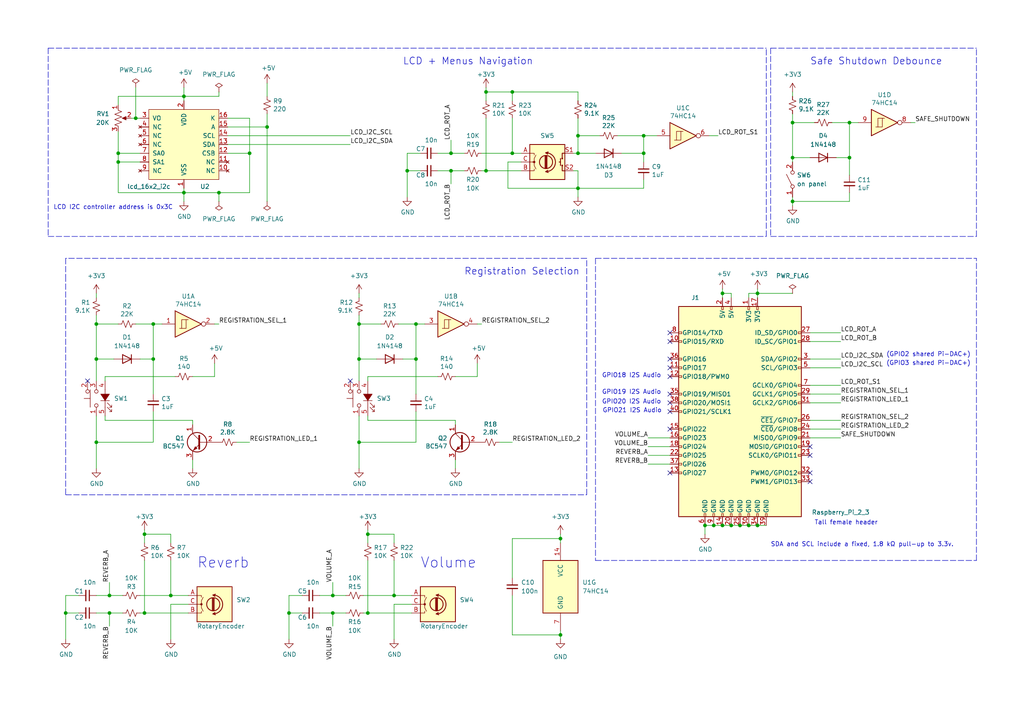
<source format=kicad_sch>
(kicad_sch (version 20211123) (generator eeschema)
  (paper "A4")
  (title_block (title "Raspberry PI Extension for Upper Control Panel") (date "2022-04-10") (rev "1.1") (company "Picherie") (comment 1 "Rev 1.1: SDA and SCL external pups (R10 and R11) discarded. Use Rpi internal pups instead."))
  (junction (at 118.11 49.53))
  (junction (at 83.82 177.8))
  (junction (at 219.71 152.4))
  (junction (at 162.56 184.15))
  (junction (at 186.69 39.37))
  (junction (at 214.63 152.4))
  (junction (at 229.87 58.42))
  (junction (at 104.14 93.98))
  (junction (at 53.34 55.88))
  (junction (at 229.87 35.56))
  (junction (at 209.55 152.4))
  (junction (at 186.69 44.45))
  (junction (at 63.5 55.88))
  (junction (at 77.47 36.83))
  (junction (at 167.64 44.45))
  (junction (at 104.14 104.14))
  (junction (at 106.68 177.8))
  (junction (at 41.91 177.8))
  (junction (at 120.65 104.14))
  (junction (at 140.97 26.67))
  (junction (at 44.45 93.98))
  (junction (at 130.81 49.53))
  (junction (at 31.75 177.8))
  (junction (at 41.91 154.94))
  (junction (at 34.29 44.45))
  (junction (at 246.38 35.56))
  (junction (at 219.71 85.09))
  (junction (at 148.59 44.45))
  (junction (at 217.17 152.4))
  (junction (at 209.55 85.09))
  (junction (at 140.97 49.53))
  (junction (at 167.64 39.37))
  (junction (at 204.47 152.4))
  (junction (at 34.29 46.99))
  (junction (at 27.94 128.27))
  (junction (at 167.64 54.61))
  (junction (at 96.52 172.72))
  (junction (at 114.3 172.72))
  (junction (at 104.14 128.27))
  (junction (at 96.52 177.8))
  (junction (at 44.45 104.14))
  (junction (at 120.65 93.98))
  (junction (at 130.81 44.45))
  (junction (at 27.94 93.98))
  (junction (at 39.37 34.29))
  (junction (at 49.53 172.72))
  (junction (at 72.39 44.45))
  (junction (at 53.34 27.94))
  (junction (at 31.75 172.72))
  (junction (at 229.87 45.72))
  (junction (at 19.05 177.8))
  (junction (at 246.38 45.72))
  (junction (at 207.01 152.4))
  (junction (at 212.09 152.4))
  (junction (at 106.68 154.94))
  (junction (at 148.59 26.67))
  (junction (at 27.94 104.14))
  (junction (at 162.56 156.21))
  (no_connect (at 25.4 110.49))
  (no_connect (at 194.31 109.22))
  (no_connect (at 194.31 137.16))
  (no_connect (at 194.31 106.68))
  (no_connect (at 194.31 104.14))
  (no_connect (at 194.31 124.46))
  (no_connect (at 194.31 119.38))
  (no_connect (at 194.31 114.3))
  (no_connect (at 194.31 116.84))
  (no_connect (at 194.31 96.52))
  (no_connect (at 194.31 99.06))
  (no_connect (at 234.95 129.54))
  (no_connect (at 234.95 139.7))
  (no_connect (at 234.95 132.08))
  (no_connect (at 234.95 137.16))
  (no_connect (at 101.6 110.49))
  (wire (pts (xy 207.01 152.4) (xy 209.55 152.4)))
  (wire (pts (xy 229.87 35.56) (xy 236.22 35.56)))
  (wire (pts (xy 229.87 26.67) (xy 229.87 27.94)))
  (wire (pts (xy 148.59 29.21) (xy 148.59 26.67)))
  (wire (pts (xy 106.68 177.8) (xy 119.38 177.8)))
  (polyline (pts (xy 13.97 13.97) (xy 13.97 68.58)))
  (wire (pts (xy 167.64 44.45) (xy 172.72 44.45)))
  (wire (pts (xy 120.65 119.38) (xy 120.65 128.27)))
  (wire (pts (xy 212.09 152.4) (xy 214.63 152.4)))
  (wire (pts (xy 147.32 54.61) (xy 167.64 54.61)))
  (wire (pts (xy 34.29 55.88) (xy 53.34 55.88)))
  (wire (pts (xy 77.47 33.02) (xy 77.47 36.83)))
  (wire (pts (xy 27.94 93.98) (xy 27.94 104.14)))
  (wire (pts (xy 53.34 25.4) (xy 53.34 27.94)))
  (wire (pts (xy 127 44.45) (xy 130.81 44.45)))
  (wire (pts (xy 66.04 44.45) (xy 72.39 44.45)))
  (wire (pts (xy 49.53 157.48) (xy 49.53 154.94)))
  (wire (pts (xy 167.64 34.29) (xy 167.64 39.37)))
  (wire (pts (xy 40.64 172.72) (xy 49.53 172.72)))
  (wire (pts (xy 27.94 128.27) (xy 27.94 135.89)))
  (wire (pts (xy 121.92 44.45) (xy 118.11 44.45)))
  (wire (pts (xy 167.64 29.21) (xy 167.64 26.67)))
  (wire (pts (xy 31.75 168.91) (xy 31.75 172.72)))
  (wire (pts (xy 72.39 44.45) (xy 72.39 55.88)))
  (wire (pts (xy 130.81 44.45) (xy 134.62 44.45)))
  (wire (pts (xy 104.14 91.44) (xy 104.14 93.98)))
  (wire (pts (xy 180.34 44.45) (xy 186.69 44.45)))
  (wire (pts (xy 104.14 104.14) (xy 104.14 110.49)))
  (wire (pts (xy 104.14 93.98) (xy 104.14 104.14)))
  (wire (pts (xy 246.38 45.72) (xy 246.38 50.8)))
  (wire (pts (xy 44.45 93.98) (xy 46.99 93.98)))
  (wire (pts (xy 104.14 85.09) (xy 104.14 86.36)))
  (wire (pts (xy 205.74 39.37) (xy 208.28 39.37)))
  (wire (pts (xy 34.29 46.99) (xy 34.29 55.88)))
  (wire (pts (xy 39.37 34.29) (xy 38.1 34.29)))
  (wire (pts (xy 66.04 34.29) (xy 72.39 34.29)))
  (wire (pts (xy 77.47 36.83) (xy 66.04 36.83)))
  (wire (pts (xy 87.63 172.72) (xy 83.82 172.72)))
  (wire (pts (xy 179.07 39.37) (xy 186.69 39.37)))
  (wire (pts (xy 96.52 168.91) (xy 96.52 172.72)))
  (wire (pts (xy 219.71 83.82) (xy 219.71 85.09)))
  (wire (pts (xy 41.91 162.56) (xy 41.91 177.8)))
  (wire (pts (xy 214.63 152.4) (xy 217.17 152.4)))
  (wire (pts (xy 27.94 128.27) (xy 44.45 128.27)))
  (wire (pts (xy 44.45 93.98) (xy 44.45 104.14)))
  (wire (pts (xy 127 49.53) (xy 130.81 49.53)))
  (polyline (pts (xy 283.21 162.56) (xy 283.21 74.93)))
  (wire (pts (xy 219.71 85.09) (xy 229.87 85.09)))
  (wire (pts (xy 44.45 119.38) (xy 44.45 128.27)))
  (wire (pts (xy 186.69 39.37) (xy 190.5 39.37)))
  (polyline (pts (xy 172.72 74.93) (xy 283.21 74.93)))
  (wire (pts (xy 68.58 128.27) (xy 72.39 128.27)))
  (wire (pts (xy 144.78 128.27) (xy 148.59 128.27)))
  (wire (pts (xy 204.47 154.94) (xy 204.47 152.4)))
  (wire (pts (xy 31.75 172.72) (xy 35.56 172.72)))
  (wire (pts (xy 105.41 177.8) (xy 106.68 177.8)))
  (wire (pts (xy 49.53 162.56) (xy 49.53 172.72)))
  (wire (pts (xy 31.75 177.8) (xy 35.56 177.8)))
  (wire (pts (xy 234.95 127) (xy 243.84 127)))
  (wire (pts (xy 30.48 109.22) (xy 50.8 109.22)))
  (wire (pts (xy 132.08 135.89) (xy 132.08 133.35)))
  (wire (pts (xy 34.29 44.45) (xy 34.29 46.99)))
  (wire (pts (xy 167.64 44.45) (xy 166.37 44.45)))
  (wire (pts (xy 121.92 49.53) (xy 118.11 49.53)))
  (wire (pts (xy 63.5 55.88) (xy 63.5 58.42)))
  (wire (pts (xy 83.82 172.72) (xy 83.82 177.8)))
  (wire (pts (xy 148.59 184.15) (xy 162.56 184.15)))
  (wire (pts (xy 217.17 152.4) (xy 219.71 152.4)))
  (polyline (pts (xy 222.25 68.58) (xy 222.25 13.97)))
  (wire (pts (xy 217.17 85.09) (xy 219.71 85.09)))
  (polyline (pts (xy 223.52 68.58) (xy 283.21 68.58)))
  (wire (pts (xy 27.94 91.44) (xy 27.94 93.98)))
  (wire (pts (xy 27.94 104.14) (xy 33.02 104.14)))
  (polyline (pts (xy 19.05 74.93) (xy 19.05 80.01)))
  (wire (pts (xy 49.53 175.26) (xy 49.53 185.42)))
  (wire (pts (xy 229.87 58.42) (xy 229.87 59.69)))
  (polyline (pts (xy 170.18 74.93) (xy 19.05 74.93)))
  (wire (pts (xy 130.81 49.53) (xy 134.62 49.53)))
  (wire (pts (xy 41.91 177.8) (xy 54.61 177.8)))
  (wire (pts (xy 140.97 34.29) (xy 140.97 49.53)))
  (wire (pts (xy 106.68 162.56) (xy 106.68 177.8)))
  (wire (pts (xy 151.13 46.99) (xy 147.32 46.99)))
  (wire (pts (xy 114.3 172.72) (xy 119.38 172.72)))
  (wire (pts (xy 116.84 104.14) (xy 120.65 104.14)))
  (wire (pts (xy 119.38 175.26) (xy 114.3 175.26)))
  (wire (pts (xy 66.04 41.91) (xy 101.6 41.91)))
  (wire (pts (xy 209.55 86.36) (xy 209.55 85.09)))
  (wire (pts (xy 229.87 35.56) (xy 229.87 45.72)))
  (wire (pts (xy 118.11 49.53) (xy 118.11 57.15)))
  (wire (pts (xy 118.11 44.45) (xy 118.11 49.53)))
  (wire (pts (xy 30.48 110.49) (xy 30.48 109.22)))
  (wire (pts (xy 62.23 109.22) (xy 62.23 105.41)))
  (wire (pts (xy 104.14 128.27) (xy 104.14 135.89)))
  (wire (pts (xy 27.94 120.65) (xy 27.94 128.27)))
  (wire (pts (xy 194.31 127) (xy 187.96 127)))
  (wire (pts (xy 212.09 86.36) (xy 212.09 85.09)))
  (wire (pts (xy 53.34 55.88) (xy 53.34 58.42)))
  (wire (pts (xy 40.64 34.29) (xy 39.37 34.29)))
  (wire (pts (xy 140.97 25.4) (xy 140.97 26.67)))
  (wire (pts (xy 234.95 116.84) (xy 243.84 116.84)))
  (wire (pts (xy 204.47 152.4) (xy 207.01 152.4)))
  (wire (pts (xy 63.5 27.94) (xy 53.34 27.94)))
  (wire (pts (xy 194.31 129.54) (xy 187.96 129.54)))
  (wire (pts (xy 53.34 54.61) (xy 53.34 55.88)))
  (wire (pts (xy 234.95 99.06) (xy 243.84 99.06)))
  (polyline (pts (xy 172.72 162.56) (xy 283.21 162.56)))
  (wire (pts (xy 120.65 104.14) (xy 120.65 114.3)))
  (wire (pts (xy 167.64 39.37) (xy 167.64 44.45)))
  (wire (pts (xy 114.3 157.48) (xy 114.3 154.94)))
  (wire (pts (xy 162.56 182.88) (xy 162.56 184.15)))
  (wire (pts (xy 66.04 39.37) (xy 101.6 39.37)))
  (wire (pts (xy 96.52 177.8) (xy 100.33 177.8)))
  (wire (pts (xy 140.97 26.67) (xy 148.59 26.67)))
  (wire (pts (xy 55.88 109.22) (xy 62.23 109.22)))
  (wire (pts (xy 106.68 109.22) (xy 127 109.22)))
  (wire (pts (xy 27.94 93.98) (xy 34.29 93.98)))
  (wire (pts (xy 72.39 55.88) (xy 63.5 55.88)))
  (wire (pts (xy 34.29 30.48) (xy 34.29 27.94)))
  (wire (pts (xy 34.29 38.1) (xy 34.29 44.45)))
  (wire (pts (xy 246.38 55.88) (xy 246.38 58.42)))
  (wire (pts (xy 186.69 46.99) (xy 186.69 44.45)))
  (wire (pts (xy 87.63 177.8) (xy 83.82 177.8)))
  (wire (pts (xy 246.38 35.56) (xy 248.92 35.56)))
  (wire (pts (xy 138.43 93.98) (xy 139.7 93.98)))
  (wire (pts (xy 39.37 93.98) (xy 44.45 93.98)))
  (wire (pts (xy 92.71 177.8) (xy 96.52 177.8)))
  (wire (pts (xy 130.81 49.53) (xy 130.81 53.34)))
  (wire (pts (xy 40.64 44.45) (xy 34.29 44.45)))
  (wire (pts (xy 49.53 172.72) (xy 54.61 172.72)))
  (wire (pts (xy 186.69 39.37) (xy 186.69 44.45)))
  (wire (pts (xy 167.64 39.37) (xy 173.99 39.37)))
  (wire (pts (xy 242.57 45.72) (xy 246.38 45.72)))
  (wire (pts (xy 147.32 46.99) (xy 147.32 54.61)))
  (wire (pts (xy 54.61 175.26) (xy 49.53 175.26)))
  (wire (pts (xy 148.59 156.21) (xy 162.56 156.21)))
  (wire (pts (xy 30.48 120.65) (xy 30.48 121.92)))
  (wire (pts (xy 22.86 177.8) (xy 19.05 177.8)))
  (polyline (pts (xy 223.52 13.97) (xy 283.21 13.97)))
  (wire (pts (xy 162.56 184.15) (xy 162.56 185.42)))
  (wire (pts (xy 132.08 121.92) (xy 132.08 123.19)))
  (wire (pts (xy 19.05 177.8) (xy 19.05 185.42)))
  (wire (pts (xy 246.38 35.56) (xy 246.38 45.72)))
  (wire (pts (xy 219.71 152.4) (xy 222.25 152.4)))
  (polyline (pts (xy 19.05 80.01) (xy 19.05 143.51)))
  (wire (pts (xy 194.31 134.62) (xy 187.96 134.62)))
  (wire (pts (xy 132.08 109.22) (xy 138.43 109.22)))
  (wire (pts (xy 83.82 177.8) (xy 83.82 185.42)))
  (wire (pts (xy 167.64 26.67) (xy 148.59 26.67)))
  (wire (pts (xy 106.68 154.94) (xy 114.3 154.94)))
  (wire (pts (xy 234.95 124.46) (xy 243.84 124.46)))
  (polyline (pts (xy 19.05 143.51) (xy 170.18 143.51)))
  (wire (pts (xy 264.16 35.56) (xy 265.43 35.56)))
  (wire (pts (xy 241.3 35.56) (xy 246.38 35.56)))
  (wire (pts (xy 34.29 27.94) (xy 53.34 27.94)))
  (wire (pts (xy 209.55 152.4) (xy 212.09 152.4)))
  (wire (pts (xy 148.59 172.72) (xy 148.59 184.15)))
  (wire (pts (xy 219.71 85.09) (xy 219.71 86.36)))
  (wire (pts (xy 162.56 154.94) (xy 162.56 156.21)))
  (polyline (pts (xy 223.52 13.97) (xy 223.52 68.58)))
  (wire (pts (xy 130.81 40.64) (xy 130.81 44.45)))
  (wire (pts (xy 115.57 93.98) (xy 120.65 93.98)))
  (wire (pts (xy 77.47 36.83) (xy 77.47 58.42)))
  (wire (pts (xy 186.69 54.61) (xy 186.69 52.07)))
  (wire (pts (xy 63.5 55.88) (xy 53.34 55.88)))
  (wire (pts (xy 55.88 121.92) (xy 55.88 123.19)))
  (wire (pts (xy 27.94 177.8) (xy 31.75 177.8)))
  (wire (pts (xy 55.88 135.89) (xy 55.88 133.35)))
  (wire (pts (xy 229.87 45.72) (xy 234.95 45.72)))
  (polyline (pts (xy 13.97 68.58) (xy 222.25 68.58)))
  (wire (pts (xy 106.68 110.49) (xy 106.68 109.22)))
  (wire (pts (xy 234.95 121.92) (xy 243.84 121.92)))
  (wire (pts (xy 234.95 114.3) (xy 243.84 114.3)))
  (wire (pts (xy 40.64 104.14) (xy 44.45 104.14)))
  (wire (pts (xy 162.56 156.21) (xy 162.56 157.48)))
  (polyline (pts (xy 283.21 68.58) (xy 283.21 13.97)))
  (wire (pts (xy 229.87 45.72) (xy 229.87 46.99)))
  (wire (pts (xy 96.52 177.8) (xy 96.52 181.61)))
  (polyline (pts (xy 170.18 143.51) (xy 170.18 74.93)))
  (wire (pts (xy 120.65 93.98) (xy 123.19 93.98)))
  (wire (pts (xy 140.97 26.67) (xy 140.97 29.21)))
  (wire (pts (xy 22.86 172.72) (xy 19.05 172.72)))
  (wire (pts (xy 105.41 172.72) (xy 114.3 172.72)))
  (wire (pts (xy 212.09 85.09) (xy 209.55 85.09)))
  (wire (pts (xy 167.64 49.53) (xy 167.64 54.61)))
  (wire (pts (xy 104.14 104.14) (xy 109.22 104.14)))
  (wire (pts (xy 31.75 177.8) (xy 31.75 181.61)))
  (wire (pts (xy 72.39 34.29) (xy 72.39 44.45)))
  (wire (pts (xy 217.17 86.36) (xy 217.17 85.09)))
  (wire (pts (xy 27.94 172.72) (xy 31.75 172.72)))
  (polyline (pts (xy 13.97 13.97) (xy 222.25 13.97)))
  (wire (pts (xy 44.45 104.14) (xy 44.45 114.3)))
  (wire (pts (xy 104.14 128.27) (xy 120.65 128.27)))
  (wire (pts (xy 40.64 46.99) (xy 34.29 46.99)))
  (wire (pts (xy 63.5 26.67) (xy 63.5 27.94)))
  (wire (pts (xy 139.7 49.53) (xy 140.97 49.53)))
  (wire (pts (xy 27.94 85.09) (xy 27.94 86.36)))
  (wire (pts (xy 151.13 49.53) (xy 140.97 49.53)))
  (wire (pts (xy 167.64 54.61) (xy 167.64 57.15)))
  (wire (pts (xy 39.37 25.4) (xy 39.37 34.29)))
  (polyline (pts (xy 172.72 74.93) (xy 172.72 162.56)))
  (wire (pts (xy 92.71 172.72) (xy 96.52 172.72)))
  (wire (pts (xy 167.64 49.53) (xy 166.37 49.53)))
  (wire (pts (xy 148.59 167.64) (xy 148.59 156.21)))
  (wire (pts (xy 40.64 177.8) (xy 41.91 177.8)))
  (wire (pts (xy 104.14 93.98) (xy 110.49 93.98)))
  (wire (pts (xy 106.68 121.92) (xy 132.08 121.92)))
  (wire (pts (xy 120.65 93.98) (xy 120.65 104.14)))
  (wire (pts (xy 19.05 172.72) (xy 19.05 177.8)))
  (wire (pts (xy 234.95 96.52) (xy 243.84 96.52)))
  (wire (pts (xy 234.95 106.68) (xy 243.84 106.68)))
  (wire (pts (xy 106.68 120.65) (xy 106.68 121.92)))
  (wire (pts (xy 229.87 58.42) (xy 246.38 58.42)))
  (wire (pts (xy 234.95 104.14) (xy 243.84 104.14)))
  (wire (pts (xy 194.31 132.08) (xy 187.96 132.08)))
  (wire (pts (xy 229.87 57.15) (xy 229.87 58.42)))
  (wire (pts (xy 30.48 121.92) (xy 55.88 121.92)))
  (wire (pts (xy 114.3 162.56) (xy 114.3 172.72)))
  (wire (pts (xy 139.7 44.45) (xy 148.59 44.45)))
  (wire (pts (xy 148.59 34.29) (xy 148.59 44.45)))
  (wire (pts (xy 53.34 27.94) (xy 53.34 29.21)))
  (wire (pts (xy 106.68 154.94) (xy 106.68 157.48)))
  (wire (pts (xy 41.91 154.94) (xy 49.53 154.94)))
  (wire (pts (xy 114.3 175.26) (xy 114.3 185.42)))
  (wire (pts (xy 209.55 85.09) (xy 209.55 83.82)))
  (wire (pts (xy 104.14 120.65) (xy 104.14 128.27)))
  (wire (pts (xy 27.94 104.14) (xy 27.94 110.49)))
  (wire (pts (xy 229.87 33.02) (xy 229.87 35.56)))
  (wire (pts (xy 106.68 153.67) (xy 106.68 154.94)))
  (wire (pts (xy 96.52 172.72) (xy 100.33 172.72)))
  (wire (pts (xy 62.23 93.98) (xy 63.5 93.98)))
  (wire (pts (xy 234.95 111.76) (xy 243.84 111.76)))
  (wire (pts (xy 41.91 153.67) (xy 41.91 154.94)))
  (wire (pts (xy 138.43 109.22) (xy 138.43 105.41)))
  (wire (pts (xy 77.47 24.13) (xy 77.47 27.94)))
  (wire (pts (xy 148.59 44.45) (xy 151.13 44.45)))
  (wire (pts (xy 41.91 154.94) (xy 41.91 157.48)))
  (wire (pts (xy 167.64 54.61) (xy 186.69 54.61)))
  (text "Tall female header" (at 236.22 152.4 0) (effects (font (size 1.27 1.27)) (justify left bottom)))
  (text "(GPIO2 shared Pi-DAC+)" (at 257.048 103.632 0) (effects (font (size 1.27 1.27)) (justify left bottom)))
  (text "Safe Shutdown Debounce" (at 234.95 19.05 0) (effects (font (size 2 2)) (justify left bottom)))
  (text "LCD I2C controller address is 0x3C" (at 50.165 60.96 180) (effects (font (size 1.27 1.27)) (justify right bottom)))
  (text "GPIO21 I2S Audio" (at 174.752 119.888 0) (effects (font (size 1.27 1.27)) (justify left bottom)))
  (text "Registration Selection" (at 134.62 80.01 0) (effects (font (size 2 2)) (justify left bottom)))
  (text "GPIO19 I2S Audio" (at 191.77 114.554 180) (effects (font (size 1.27 1.27)) (justify right bottom)))
  (text "GPIO18 I2S Audio" (at 191.77 109.728 180) (effects (font (size 1.27 1.27)) (justify right bottom)))
  (text "Reverb" (at 57.15 165.1 0) (effects (font (size 3 3)) (justify left bottom)))
  (text "Volume" (at 121.92 165.1 0) (effects (font (size 3 3)) (justify left bottom)))
  (text "SDA and SCL include a fixed, 1.8 kΩ pull-up to 3.3v." (at 223.52 158.75 0) (effects (font (size 1.27 1.27)) (justify left bottom)))
  (text "(GPIO3 shared Pi-DAC+)" (at 257.048 106.172 0) (effects (font (size 1.27 1.27)) (justify left bottom)))
  (text "LCD + Menus Navigation" (at 116.84 19.05 0) (effects (font (size 2 2)) (justify left bottom)))
  (text "GPIO20 I2S Audio" (at 191.77 117.348 180) (effects (font (size 1.27 1.27)) (justify right bottom)))
  (label "VOLUME_B" (at 96.52 181.61 270))
  (label "REVERB_A" (at 187.96 132.08 180))
  (label "SAFE_SHUTDOWN" (at 243.84 127 0))
  (label "REVERB_B" (at 31.75 181.61 270))
  (label "LCD_I2C_SCL" (at 101.6 39.37 0))
  (label "LCD_ROT_S1" (at 243.84 111.76 0))
  (label "LCD_ROT_A" (at 130.81 40.64 90))
  (label "LCD_I2C_SCL" (at 243.84 106.68 0))
  (label "LCD_ROT_S1" (at 208.28 39.37 0))
  (label "REGISTRATION_SEL_2" (at 139.7 93.98 0))
  (label "REGISTRATION_LED_1" (at 243.84 116.84 0))
  (label "REGISTRATION_LED_2" (at 148.59 128.27 0))
  (label "LCD_ROT_B" (at 243.84 99.06 0))
  (label "VOLUME_A" (at 96.52 168.91 90))
  (label "REGISTRATION_SEL_1" (at 63.5 93.98 0))
  (label "LCD_ROT_B" (at 130.81 53.34 270))
  (label "LCD_I2C_SDA" (at 101.6 41.91 0))
  (label "SAFE_SHUTDOWN" (at 265.43 35.56 0))
  (label "LCD_I2C_SDA" (at 243.84 104.14 0))
  (label "REVERB_A" (at 31.75 168.91 90))
  (label "VOLUME_B" (at 187.96 129.54 180))
  (label "REGISTRATION_SEL_2" (at 243.84 121.92 0))
  (label "VOLUME_A" (at 187.96 127 180))
  (label "REGISTRATION_LED_1" (at 72.39 128.27 0))
  (label "REGISTRATION_LED_2" (at 243.84 124.46 0))
  (label "REGISTRATION_SEL_1" (at 243.84 114.3 0))
  (label "LCD_ROT_A" (at 243.84 96.52 0))
  (label "REVERB_B" (at 187.96 134.62 180))
  (symbol (lib_id "Connector:Raspberry_Pi_2_3") (at 214.63 119.38 0) (unit 1)
    (property "Reference" "J1" (at 201.676 86.36 0))
    (property "Value" "Raspberry_Pi_2_3" (at 243.84 148.59 0))
    (property "Footprint" "Connector_PinSocket_2.54mm:PinSocket_2x20_P2.54mm_Vertical" (effects hide))
    (property "Datasheet" "https://thepihut.com/collections/raspberry-pi-gpio-headers/products/gpio-header-for-raspberrypi-a-b-pi-2-pi-3" (effects hide))
  )
  (symbol (lib_id "power:GND") (at 53.34 58.42 0) (unit 1)
    (property "Reference" "#PWR07" (effects hide))
    (property "Value" "GND" (at 53.467 62.8142 0))
  )
  (symbol (lib_id "power:+5V") (at 53.34 25.4 0) (unit 1)
    (property "Reference" "#PWR06" (effects hide))
    (property "Value" "+5V" (at 53.721 21.0058 0))
  )
  (symbol (lib_id "power:+5V") (at 209.55 83.82 0) (unit 1)
    (property "Reference" "#PWR022" (effects hide))
    (property "Value" "+5V" (at 209.931 79.4258 0))
  )
  (symbol (lib_id "power:GND") (at 204.47 154.94 0) (unit 1)
    (property "Reference" "#PWR021" (effects hide))
    (property "Value" "GND" (at 204.597 159.3342 0))
  )
  (symbol (lib_id "lcd_alpha:lcd_16x2_i2c") (at 53.34 44.45 0) (unit 1)
    (property "Reference" "U2" (at 59.436 54.102 0))
    (property "Value" "lcd_16x2_i2c" (at 43.18 54.102 0))
    (property "Footprint" "Display:WC1602A" (effects hide))
    (property "Datasheet" "https://fr.farnell.com/midas/mc21605c6w-sptlyi-v2/afficheur-alphanumerique-16x2/dp/2748647" (effects hide))
  )
  (symbol (lib_id "power:+5V") (at 77.47 24.13 0) (unit 1)
    (property "Reference" "#PWR010" (effects hide))
    (property "Value" "+5V" (at 77.851 19.7358 0))
  )
  (symbol (lib_id "Device:R_Small_US") (at 77.47 30.48 0) (unit 1)
    (property "Reference" "R9" (at 79.1972 29.3116 0) (effects (justify left)))
    (property "Value" "220" (at 79.1972 31.623 0) (effects (justify left)))
    (property "Footprint" "Resistor_SMD:R_1206_3216Metric_Pad1.30x1.75mm_HandSolder" (effects hide))
    (property "Datasheet" "https://fr.farnell.com/yageo/rc1206fr-07220rl/res-couche-epaisse-220r-1-0-25w/dp/9240900" (effects hide))
  )
  (symbol (lib_id "power:+3.3V") (at 219.71 83.82 0) (unit 1)
    (property "Reference" "#PWR023" (effects hide))
    (property "Value" "+3.3V" (at 220.091 79.4258 0))
  )
  (symbol (lib_id "power:GND") (at 49.53 185.42 0) (unit 1)
    (property "Reference" "#PWR09" (effects hide))
    (property "Value" "GND" (at 49.657 189.8142 0))
  )
  (symbol (lib_id "Diode:1N4148") (at 113.03 104.14 0) (mirror y) (unit 1)
    (property "Reference" "D2" (at 113.03 97.79 0))
    (property "Value" "1N4148" (at 113.03 100.33 0))
    (property "Footprint" "Diode_THT:D_DO-35_SOD27_P7.62mm_Horizontal" (effects hide))
    (property "Datasheet" "https://fr.farnell.com/on-semiconductor/1n4148tr/diode-tres-rapide-do-35/dp/9843680" (effects hide))
  )
  (symbol (lib_id "power:GND") (at 114.3 185.42 0) (unit 1)
    (property "Reference" "#PWR019" (effects hide))
    (property "Value" "GND" (at 114.427 189.8142 0))
  )
  (symbol (lib_id "Device:R_Small_US") (at 167.64 31.75 0) (unit 1)
    (property "Reference" "R24" (at 169.3672 30.5816 0) (effects (justify left)))
    (property "Value" "9.1K" (at 169.3672 32.893 0) (effects (justify left)))
    (property "Footprint" "Resistor_SMD:R_1206_3216Metric_Pad1.30x1.75mm_HandSolder" (effects hide))
    (property "Datasheet" "https://fr.farnell.com/yageo/rc1206fr-079k1l/res-9k1-1-0-25w-1206-couche-epaisse/dp/3496305" (effects hide))
  )
  (symbol (lib_id "Device:R_Small_US") (at 137.16 49.53 270) (unit 1)
    (property "Reference" "R20" (at 137.16 52.07 90))
    (property "Value" "10K" (at 137.16 54.61 90))
    (property "Footprint" "Resistor_SMD:R_1206_3216Metric_Pad1.30x1.75mm_HandSolder" (effects hide))
    (property "Datasheet" "https://fr.farnell.com/multicomp-pro/mc1206s4f1002t5e/res-thick-film-10k-1-0-25w-1206/dp/1632523" (effects hide))
  )
  (symbol (lib_id "power:+3.3V") (at 140.97 25.4 0) (unit 1)
    (property "Reference" "#PWR018" (effects hide))
    (property "Value" "+3.3V" (at 140.97 21.59 0))
  )
  (symbol (lib_id "power:GND") (at 83.82 185.42 0) (unit 1)
    (property "Reference" "#PWR013" (effects hide))
    (property "Value" "GND" (at 83.947 189.8142 0))
  )
  (symbol (lib_id "Device:C_Small") (at 44.45 116.84 0) (unit 1)
    (property "Reference" "C3" (at 46.7868 115.6716 0) (effects (justify left)))
    (property "Value" "1uF" (at 46.7868 117.983 0) (effects (justify left)))
    (property "Footprint" "Capacitor_SMD:C_1206_3216Metric_Pad1.33x1.80mm_HandSolder" (effects hide))
    (property "Datasheet" "https://fr.farnell.com/kemet/c1206c105k3ractu/condensateur-1-f-25v-10-x7r-1206/dp/9227865" (effects hide))
  )
  (symbol (lib_id "Diode:1N4148") (at 238.76 45.72 0) (mirror y) (unit 1)
    (property "Reference" "D4" (at 238.76 39.37 0))
    (property "Value" "1N4148" (at 238.76 41.91 0))
    (property "Footprint" "Diode_THT:D_DO-35_SOD27_P7.62mm_Horizontal" (effects hide))
    (property "Datasheet" "https://fr.farnell.com/on-semiconductor/1n4148tr/diode-tres-rapide-do-35/dp/9843680" (effects hide))
  )
  (symbol (lib_id "74xx:74HC14") (at 162.56 170.18 0) (unit 7)
    (property "Reference" "U1" (at 168.91 168.9099 0) (effects (justify left)))
    (property "Value" "74HC14" (at 168.91 171.4499 0) (effects (justify left)))
    (property "Footprint" "Package_SO:SOIC-14_3.9x8.7mm_P1.27mm" (effects hide))
    (property "Datasheet" "https://fr.farnell.com/on-semiconductor/74ac14sc/circuit-logique-74ac-cmos-cms/dp/1014141?st=inverseur%20trigger%20schmitt%20dil" (effects hide))
  )
  (symbol (lib_id "Device:R_Small_US") (at 38.1 177.8 270) (unit 1)
    (property "Reference" "R4" (at 38.1 180.34 90))
    (property "Value" "10K" (at 38.1 182.88 90))
    (property "Footprint" "Resistor_SMD:R_1206_3216Metric_Pad1.30x1.75mm_HandSolder" (effects hide))
    (property "Datasheet" "https://fr.farnell.com/multicomp-pro/mc1206s4f1002t5e/res-thick-film-10k-1-0-25w-1206/dp/1632523" (effects hide))
  )
  (symbol (lib_id "Device:C_Small") (at 90.17 177.8 270) (mirror x) (unit 1)
    (property "Reference" "C6" (at 86.36 179.07 90) (effects (justify left)))
    (property "Value" "10n" (at 88.9 181.61 90) (effects (justify left)))
    (property "Footprint" "Capacitor_SMD:C_1206_3216Metric_Pad1.33x1.80mm_HandSolder" (effects hide))
    (property "Datasheet" "https://fr.farnell.com/vishay/vj1206y103kxxcw1bc/cond-0-01-f-25v-10-x7r-1206/dp/2896640" (effects hide))
  )
  (symbol (lib_id "Device:R_Small_US") (at 41.91 160.02 0) (unit 1)
    (property "Reference" "R6" (at 43.6372 158.8516 0) (effects (justify left)))
    (property "Value" "10K" (at 43.6372 161.163 0) (effects (justify left)))
    (property "Footprint" "Resistor_SMD:R_1206_3216Metric_Pad1.30x1.75mm_HandSolder" (effects hide))
    (property "Datasheet" "https://fr.farnell.com/multicomp-pro/mc1206s4f1002t5e/res-thick-film-10k-1-0-25w-1206/dp/1632523" (effects hide))
  )
  (symbol (lib_id "Device:R_Small_US") (at 38.1 172.72 270) (unit 1)
    (property "Reference" "R3" (at 38.1 170.18 90))
    (property "Value" "10K" (at 38.1 167.64 90))
    (property "Footprint" "Resistor_SMD:R_1206_3216Metric_Pad1.30x1.75mm_HandSolder" (effects hide))
    (property "Datasheet" "https://fr.farnell.com/multicomp-pro/mc1206s4f1002t5e/res-thick-film-10k-1-0-25w-1206/dp/1632523" (effects hide))
  )
  (symbol (lib_id "power:+5V") (at 62.23 105.41 0) (unit 1)
    (property "Reference" "#PWR08" (effects hide))
    (property "Value" "+5V" (at 62.611 101.0158 0))
  )
  (symbol (lib_id "Device:R_Potentiometer_US") (at 34.29 34.29 0) (unit 1)
    (property "Reference" "RV1" (at 31.75 33.0199 0) (effects (justify right)))
    (property "Value" "20K" (at 31.75 35.5599 0) (effects (justify right)))
    (property "Footprint" "Potentiometer_THT:Potentiometer_Bourns_3386P_Vertical" (effects hide))
    (property "Datasheet" "https://fr.farnell.com/bourns/3386p-1-203lf/trimmer-20k/dp/9355081" (effects hide))
  )
  (symbol (lib_id "Device:C_Small") (at 25.4 177.8 270) (mirror x) (unit 1)
    (property "Reference" "C2" (at 21.59 179.07 90) (effects (justify left)))
    (property "Value" "10n" (at 24.13 181.61 90) (effects (justify left)))
    (property "Footprint" "Capacitor_SMD:C_1206_3216Metric_Pad1.33x1.80mm_HandSolder" (effects hide))
    (property "Datasheet" "https://fr.farnell.com/vishay/vj1206y103kxxcw1bc/cond-0-01-f-25v-10-x7r-1206/dp/2896640" (effects hide))
  )
  (symbol (lib_id "74xx:74HC14") (at 256.54 35.56 0) (unit 4)
    (property "Reference" "U1" (at 256.54 27.5082 0))
    (property "Value" "74HC14" (at 256.54 29.8196 0))
    (property "Footprint" "Package_SO:SOIC-14_3.9x8.7mm_P1.27mm" (effects hide))
    (property "Datasheet" "https://fr.farnell.com/on-semiconductor/74ac14sc/circuit-logique-74ac-cmos-cms/dp/1014141?st=inverseur%20trigger%20schmitt%20dil" (effects hide))
  )
  (symbol (lib_id "B3_Switches_Library:E-SWITCH-SW_Push_LED") (at 106.68 115.57 90) (unit 1)
    (property "Reference" "SW3" (at 109.2708 115.57 90) (effects (justify right)))
    (property "Value" "E-SWITCH-SW_Push_LED" (effects hide))
    (property "Footprint" "b3_buttons_library:5511MBLKRED" (effects hide))
    (property "Datasheet" "https://www.digikey.fr/product-detail/fr/e-switch/5511MBLKRED/EG1715-ND/271592" (effects hide))
  )
  (symbol (lib_id "Device:R_Small_US") (at 53.34 109.22 270) (unit 1)
    (property "Reference" "R5" (at 53.34 104.013 90))
    (property "Value" "140" (at 53.34 106.3244 90))
    (property "Footprint" "Resistor_SMD:R_1206_3216Metric_Pad1.30x1.75mm_HandSolder" (effects hide))
    (property "Datasheet" "https://fr.farnell.com/yageo/rc1206fr-07140rl/res-140r-1-0-25w-1206-couche-epaisse/dp/3496151" (effects hide))
  )
  (symbol (lib_id "power:GND") (at 132.08 135.89 0) (unit 1)
    (property "Reference" "#PWR015" (effects hide))
    (property "Value" "GND" (at 132.207 140.2842 0))
  )
  (symbol (lib_id "power:GND") (at 162.56 185.42 0) (unit 1)
    (property "Reference" "#PWR025" (effects hide))
    (property "Value" "GND" (at 162.56 190.5 0))
  )
  (symbol (lib_id "power:+5V") (at 138.43 105.41 0) (unit 1)
    (property "Reference" "#PWR016" (effects hide))
    (property "Value" "+5V" (at 138.811 101.0158 0))
  )
  (symbol (lib_id "Device:R_Small_US") (at 113.03 93.98 270) (unit 1)
    (property "Reference" "R13" (at 113.03 88.773 90))
    (property "Value" "22K" (at 113.03 91.0844 90))
    (property "Footprint" "Resistor_SMD:R_1206_3216Metric_Pad1.30x1.75mm_HandSolder" (effects hide))
    (property "Datasheet" "https://fr.farnell.com/neohm-te-connectivity/crg1206f22k/res-22k-1-0-25w-1206-couche-epaisse/dp/3133491" (effects hide))
  )
  (symbol (lib_id "Diode:1N4148") (at 36.83 104.14 0) (mirror y) (unit 1)
    (property "Reference" "D1" (at 36.83 97.79 0))
    (property "Value" "1N4148" (at 36.83 100.33 0))
    (property "Footprint" "Diode_THT:D_DO-35_SOD27_P7.62mm_Horizontal" (effects hide))
    (property "Datasheet" "https://fr.farnell.com/on-semiconductor/1n4148tr/diode-tres-rapide-do-35/dp/9843680" (effects hide))
  )
  (symbol (lib_id "Device:RotaryEncoder_Switch") (at 158.75 46.99 0) (unit 1)
    (property "Reference" "SW5" (at 158.75 39.37 0))
    (property "Value" "RotaryEncoder_Switch" (effects hide))
    (property "Footprint" "Rotary_Encoder:RotaryEncoder_Alps_EC11E-Switch_Vertical_H20mm" (effects hide))
    (property "Datasheet" "https://fr.farnell.com/alps/ec11e15244c0/encodeur-vert-30-crans-15-impul/dp/1520806" (effects hide))
  )
  (symbol (lib_id "power:GND") (at 19.05 185.42 0) (unit 1)
    (property "Reference" "#PWR03" (effects hide))
    (property "Value" "GND" (at 19.177 189.8142 0))
  )
  (symbol (lib_id "power:GND") (at 27.94 135.89 0) (unit 1)
    (property "Reference" "#PWR02" (effects hide))
    (property "Value" "GND" (at 28.067 140.2842 0))
  )
  (symbol (lib_id "power:GND") (at 104.14 135.89 0) (unit 1)
    (property "Reference" "#PWR012" (effects hide))
    (property "Value" "GND" (at 104.267 140.2842 0))
  )
  (symbol (lib_id "Device:R_Small_US") (at 102.87 172.72 270) (unit 1)
    (property "Reference" "R15" (at 102.87 170.18 90))
    (property "Value" "10K" (at 102.87 167.64 90))
    (property "Footprint" "Resistor_SMD:R_1206_3216Metric_Pad1.30x1.75mm_HandSolder" (effects hide))
    (property "Datasheet" "https://fr.farnell.com/multicomp-pro/mc1206s4f1002t5e/res-thick-film-10k-1-0-25w-1206/dp/1632523" (effects hide))
  )
  (symbol (lib_id "power:+3.3V") (at 104.14 85.09 0) (unit 1)
    (property "Reference" "#PWR011" (effects hide))
    (property "Value" "+3.3V" (at 104.14 80.01 0))
  )
  (symbol (lib_id "Device:R_Small_US") (at 49.53 160.02 0) (unit 1)
    (property "Reference" "R7" (at 51.2572 158.8516 0) (effects (justify left)))
    (property "Value" "10K" (at 51.2572 161.163 0) (effects (justify left)))
    (property "Footprint" "Resistor_SMD:R_1206_3216Metric_Pad1.30x1.75mm_HandSolder" (effects hide))
    (property "Datasheet" "https://fr.farnell.com/multicomp-pro/mc1206s4f1002t5e/res-thick-film-10k-1-0-25w-1206/dp/1632523" (effects hide))
  )
  (symbol (lib_id "Device:C_Small") (at 90.17 172.72 270) (mirror x) (unit 1)
    (property "Reference" "C5" (at 86.36 171.45 90) (effects (justify left)))
    (property "Value" "10n" (at 88.9 168.91 90) (effects (justify left)))
    (property "Footprint" "Capacitor_SMD:C_1206_3216Metric_Pad1.33x1.80mm_HandSolder" (effects hide))
    (property "Datasheet" "https://fr.farnell.com/vishay/vj1206y103kxxcw1bc/cond-0-01-f-25v-10-x7r-1206/dp/2896640" (effects hide))
  )
  (symbol (lib_id "power:PWR_FLAG") (at 63.5 26.67 0) (unit 1)
    (property "Reference" "#FLG02" (effects hide))
    (property "Value" "PWR_FLAG" (at 63.5 21.59 0))
  )
  (symbol (lib_id "Transistor_BJT:BC547") (at 58.42 128.27 0) (mirror y) (unit 1)
    (property "Reference" "Q1" (at 53.5686 127.1016 0) (effects (justify left)))
    (property "Value" "BC547" (at 53.5686 129.413 0) (effects (justify left)))
    (property "Footprint" "Package_TO_SOT_THT:TO-92_Inline" (effects hide))
    (property "Datasheet" "https://fr.farnell.com/on-semiconductor/bc547cbu/transistor-bipol-npn-45v-to-92/dp/2453791?st=bc547" (effects hide))
  )
  (symbol (lib_id "power:GND") (at 167.64 57.15 0) (unit 1)
    (property "Reference" "#PWR020" (effects hide))
    (property "Value" "GND" (at 167.767 61.5442 0))
  )
  (symbol (lib_id "power:PWR_FLAG") (at 39.37 25.4 0) (unit 1)
    (property "Reference" "#FLG01" (effects hide))
    (property "Value" "PWR_FLAG" (at 39.37 20.32 0))
  )
  (symbol (lib_id "power:GND") (at 118.11 57.15 0) (unit 1)
    (property "Reference" "#PWR014" (effects hide))
    (property "Value" "GND" (at 118.237 61.5442 0))
  )
  (symbol (lib_id "Device:RotaryEncoder") (at 62.23 175.26 0) (unit 1)
    (property "Reference" "SW2" (at 68.58 173.9899 0) (effects (justify left)))
    (property "Value" "RotaryEncoder" (at 57.15 181.61 0) (effects (justify left)))
    (property "Footprint" "Rotary_Encoder:RotaryEncoder_Alps_EC11E_Vertical_H20mm" (effects hide))
    (property "Datasheet" "https://fr.farnell.com/alps/ec11k1520401/encoder-vertical-11mm-30det-15ppr/dp/2064995" (effects hide))
  )
  (symbol (lib_id "Device:R_Small_US") (at 148.59 31.75 0) (unit 1)
    (property "Reference" "R23" (at 150.3172 30.5816 0) (effects (justify left)))
    (property "Value" "10K" (at 150.3172 32.893 0) (effects (justify left)))
    (property "Footprint" "Resistor_SMD:R_1206_3216Metric_Pad1.30x1.75mm_HandSolder" (effects hide))
    (property "Datasheet" "https://fr.farnell.com/multicomp-pro/mc1206s4f1002t5e/res-thick-film-10k-1-0-25w-1206/dp/1632523" (effects hide))
  )
  (symbol (lib_id "power:GND") (at 55.88 135.89 0) (unit 1)
    (property "Reference" "#PWR04" (effects hide))
    (property "Value" "GND" (at 56.007 140.2842 0))
  )
  (symbol (lib_id "74xx:74HC14") (at 130.81 93.98 0) (unit 2)
    (property "Reference" "U1" (at 130.81 85.9282 0))
    (property "Value" "74HC14" (at 130.81 88.2396 0))
    (property "Footprint" "Package_SO:SOIC-14_3.9x8.7mm_P1.27mm" (effects hide))
    (property "Datasheet" "https://fr.farnell.com/on-semiconductor/74ac14sc/circuit-logique-74ac-cmos-cms/dp/1014141?st=inverseur%20trigger%20schmitt%20dil" (effects hide))
  )
  (symbol (lib_id "Device:R_Small_US") (at 176.53 39.37 270) (unit 1)
    (property "Reference" "R25" (at 176.53 34.163 90))
    (property "Value" "22K" (at 176.53 36.4744 90))
    (property "Footprint" "Resistor_SMD:R_1206_3216Metric_Pad1.30x1.75mm_HandSolder" (effects hide))
    (property "Datasheet" "https://fr.farnell.com/neohm-te-connectivity/crg1206f22k/res-22k-1-0-25w-1206-couche-epaisse/dp/3133491" (effects hide))
  )
  (symbol (lib_id "power:PWR_FLAG") (at 63.5 58.42 0) (mirror x) (unit 1)
    (property "Reference" "#FLG03" (effects hide))
    (property "Value" "PWR_FLAG" (at 63.5 63.5 0))
  )
  (symbol (lib_id "Device:C_Small") (at 246.38 53.34 0) (unit 1)
    (property "Reference" "C11" (at 248.7168 52.1716 0) (effects (justify left)))
    (property "Value" "1uF" (at 248.7168 54.483 0) (effects (justify left)))
    (property "Footprint" "Capacitor_SMD:C_1206_3216Metric_Pad1.33x1.80mm_HandSolder" (effects hide))
    (property "Datasheet" "https://fr.farnell.com/kemet/c1206c105k3ractu/condensateur-1-f-25v-10-x7r-1206/dp/9227865" (effects hide))
  )
  (symbol (lib_id "Device:R_Small_US") (at 27.94 88.9 0) (mirror y) (unit 1)
    (property "Reference" "R1" (at 26.2128 87.7316 0) (effects (justify left)))
    (property "Value" "9.1K" (at 26.2128 90.043 0) (effects (justify left)))
    (property "Footprint" "Resistor_SMD:R_1206_3216Metric_Pad1.30x1.75mm_HandSolder" (effects hide))
    (property "Datasheet" "https://fr.farnell.com/yageo/rc1206fr-079k1l/res-9k1-1-0-25w-1206-couche-epaisse/dp/3496305" (effects hide))
  )
  (symbol (lib_id "Device:R_Small_US") (at 114.3 160.02 0) (unit 1)
    (property "Reference" "R22" (at 116.0272 158.8516 0) (effects (justify left)))
    (property "Value" "10K" (at 116.0272 161.163 0) (effects (justify left)))
    (property "Footprint" "Resistor_SMD:R_1206_3216Metric_Pad1.30x1.75mm_HandSolder" (effects hide))
    (property "Datasheet" "https://fr.farnell.com/multicomp-pro/mc1206s4f1002t5e/res-thick-film-10k-1-0-25w-1206/dp/1632523" (effects hide))
  )
  (symbol (lib_id "Device:R_Small_US") (at 36.83 93.98 270) (unit 1)
    (property "Reference" "R2" (at 36.83 88.773 90))
    (property "Value" "22K" (at 36.83 91.0844 90))
    (property "Footprint" "Resistor_SMD:R_1206_3216Metric_Pad1.30x1.75mm_HandSolder" (effects hide))
    (property "Datasheet" "https://fr.farnell.com/neohm-te-connectivity/crg1206f22k/res-22k-1-0-25w-1206-couche-epaisse/dp/3133491" (effects hide))
  )
  (symbol (lib_id "Diode:1N4148") (at 176.53 44.45 180) (unit 1)
    (property "Reference" "D3" (at 176.53 50.8 0))
    (property "Value" "1N4148" (at 176.53 48.26 0))
    (property "Footprint" "Diode_THT:D_DO-35_SOD27_P7.62mm_Horizontal" (effects hide))
    (property "Datasheet" "https://fr.farnell.com/on-semiconductor/1n4148tr/diode-tres-rapide-do-35/dp/9843680" (effects hide))
  )
  (symbol (lib_id "Device:R_Small_US") (at 229.87 30.48 0) (unit 1)
    (property "Reference" "R26" (at 231.5972 29.3116 0) (effects (justify left)))
    (property "Value" "9.1K" (at 231.5972 31.623 0) (effects (justify left)))
    (property "Footprint" "Resistor_SMD:R_1206_3216Metric_Pad1.30x1.75mm_HandSolder" (effects hide))
    (property "Datasheet" "https://fr.farnell.com/yageo/rc1206fr-079k1l/res-9k1-1-0-25w-1206-couche-epaisse/dp/3496305" (effects hide))
  )
  (symbol (lib_id "Device:R_Small_US") (at 137.16 44.45 270) (unit 1)
    (property "Reference" "R19" (at 137.16 41.91 90))
    (property "Value" "10K" (at 137.16 39.37 90))
    (property "Footprint" "Resistor_SMD:R_1206_3216Metric_Pad1.30x1.75mm_HandSolder" (effects hide))
    (property "Datasheet" "https://fr.farnell.com/multicomp-pro/mc1206s4f1002t5e/res-thick-film-10k-1-0-25w-1206/dp/1632523" (effects hide))
  )
  (symbol (lib_id "power:PWR_FLAG") (at 229.87 85.09 0) (unit 1)
    (property "Reference" "#FLG05" (effects hide))
    (property "Value" "PWR_FLAG" (at 229.87 80.01 0))
  )
  (symbol (lib_id "Device:R_Small_US") (at 140.97 31.75 0) (unit 1)
    (property "Reference" "R21" (at 142.6972 30.5816 0) (effects (justify left)))
    (property "Value" "10K" (at 142.6972 32.893 0) (effects (justify left)))
    (property "Footprint" "Resistor_SMD:R_1206_3216Metric_Pad1.30x1.75mm_HandSolder" (effects hide))
    (property "Datasheet" "https://fr.farnell.com/multicomp-pro/mc1206s4f1002t5e/res-thick-film-10k-1-0-25w-1206/dp/1632523" (effects hide))
  )
  (symbol (lib_id "power:GND") (at 229.87 59.69 0) (unit 1)
    (property "Reference" "#PWR027" (effects hide))
    (property "Value" "GND" (at 229.997 64.0842 0))
  )
  (symbol (lib_id "Device:C_Small") (at 124.46 44.45 270) (mirror x) (unit 1)
    (property "Reference" "C7" (at 120.65 43.18 90) (effects (justify left)))
    (property "Value" "10n" (at 123.19 40.64 90) (effects (justify left)))
    (property "Footprint" "Capacitor_SMD:C_1206_3216Metric_Pad1.33x1.80mm_HandSolder" (effects hide))
    (property "Datasheet" "https://fr.farnell.com/vishay/vj1206y103kxxcw1bc/cond-0-01-f-25v-10-x7r-1206/dp/2896640" (effects hide))
  )
  (symbol (lib_id "74xx:74HC14") (at 198.12 39.37 0) (unit 3)
    (property "Reference" "U1" (at 198.12 31.3182 0))
    (property "Value" "74HC14" (at 198.12 33.6296 0))
    (property "Footprint" "Package_SO:SOIC-14_3.9x8.7mm_P1.27mm" (effects hide))
    (property "Datasheet" "https://fr.farnell.com/on-semiconductor/74ac14sc/circuit-logique-74ac-cmos-cms/dp/1014141?st=inverseur%20trigger%20schmitt%20dil" (effects hide))
  )
  (symbol (lib_id "Device:R_Small_US") (at 142.24 128.27 270) (unit 1)
    (property "Reference" "R18" (at 142.24 123.063 90))
    (property "Value" "2.8K" (at 142.24 125.3744 90))
    (property "Footprint" "Resistor_SMD:R_1206_3216Metric_Pad1.30x1.75mm_HandSolder" (effects hide))
    (property "Datasheet" "https://fr.farnell.com/panasonic/erj8enf2801v/res-couche-epaisse-2-8k-1-0-25w/dp/2307588" (effects hide))
  )
  (symbol (lib_id "Device:C_Small") (at 25.4 172.72 270) (mirror x) (unit 1)
    (property "Reference" "C1" (at 21.59 171.45 90) (effects (justify left)))
    (property "Value" "10n" (at 24.13 168.91 90) (effects (justify left)))
    (property "Footprint" "Capacitor_SMD:C_1206_3216Metric_Pad1.33x1.80mm_HandSolder" (effects hide))
    (property "Datasheet" "https://fr.farnell.com/vishay/vj1206y103kxxcw1bc/cond-0-01-f-25v-10-x7r-1206/dp/2896640" (effects hide))
  )
  (symbol (lib_id "Device:R_Small_US") (at 104.14 88.9 0) (mirror y) (unit 1)
    (property "Reference" "R12" (at 102.4128 87.7316 0) (effects (justify left)))
    (property "Value" "9.1K" (at 102.4128 90.043 0) (effects (justify left)))
    (property "Footprint" "Resistor_SMD:R_1206_3216Metric_Pad1.30x1.75mm_HandSolder" (effects hide))
    (property "Datasheet" "https://fr.farnell.com/yageo/rc1206fr-079k1l/res-9k1-1-0-25w-1206-couche-epaisse/dp/3496305" (effects hide))
  )
  (symbol (lib_id "Device:R_Small_US") (at 106.68 160.02 0) (unit 1)
    (property "Reference" "R17" (at 108.4072 158.8516 0) (effects (justify left)))
    (property "Value" "10K" (at 108.4072 161.163 0) (effects (justify left)))
    (property "Footprint" "Resistor_SMD:R_1206_3216Metric_Pad1.30x1.75mm_HandSolder" (effects hide))
    (property "Datasheet" "https://fr.farnell.com/multicomp-pro/mc1206s4f1002t5e/res-thick-film-10k-1-0-25w-1206/dp/1632523" (effects hide))
  )
  (symbol (lib_id "Device:R_Small_US") (at 102.87 177.8 270) (unit 1)
    (property "Reference" "R16" (at 102.87 180.34 90))
    (property "Value" "10K" (at 102.87 182.88 90))
    (property "Footprint" "Resistor_SMD:R_1206_3216Metric_Pad1.30x1.75mm_HandSolder" (effects hide))
    (property "Datasheet" "https://fr.farnell.com/multicomp-pro/mc1206s4f1002t5e/res-thick-film-10k-1-0-25w-1206/dp/1632523" (effects hide))
  )
  (symbol (lib_id "Transistor_BJT:BC547") (at 134.62 128.27 0) (mirror y) (unit 1)
    (property "Reference" "Q2" (at 129.7686 127.1016 0) (effects (justify left)))
    (property "Value" "BC547" (at 129.7686 129.413 0) (effects (justify left)))
    (property "Footprint" "Package_TO_SOT_THT:TO-92_Inline" (effects hide))
    (property "Datasheet" "https://fr.farnell.com/on-semiconductor/bc547cbu/transistor-bipol-npn-45v-to-92/dp/2453791?st=bc547" (effects hide))
  )
  (symbol (lib_id "B3_Switches_Library:E-SWITCH-SW_Push_LED") (at 30.48 115.57 90) (unit 1)
    (property "Reference" "SW1" (at 33.0708 115.57 90) (effects (justify right)))
    (property "Value" "E-SWITCH-SW_Push_LED" (effects hide))
    (property "Footprint" "b3_buttons_library:5511MBLKRED" (effects hide))
    (property "Datasheet" "https://www.digikey.fr/product-detail/fr/e-switch/5511MBLKRED/EG1715-ND/271592" (effects hide))
  )
  (symbol (lib_id "Switch:SW_SPST") (at 229.87 52.07 90) (unit 1)
    (property "Reference" "SW6" (at 231.14 50.7999 90) (effects (justify right)))
    (property "Value" "on panel" (at 231.14 53.3399 90) (effects (justify right)))
    (property "Footprint" "Connector_PinHeader_2.54mm:PinHeader_1x02_P2.54mm_Vertical" (effects hide))
  )
  (symbol (lib_id "Device:C_Small") (at 120.65 116.84 0) (unit 1)
    (property "Reference" "C4" (at 122.9868 115.6716 0) (effects (justify left)))
    (property "Value" "1uF" (at 122.9868 117.983 0) (effects (justify left)))
    (property "Footprint" "Capacitor_SMD:C_1206_3216Metric_Pad1.33x1.80mm_HandSolder" (effects hide))
    (property "Datasheet" "https://fr.farnell.com/kemet/c1206c105k3ractu/condensateur-1-f-25v-10-x7r-1206/dp/9227865" (effects hide))
  )
  (symbol (lib_id "power:+3.3V") (at 229.87 26.67 0) (unit 1)
    (property "Reference" "#PWR026" (effects hide))
    (property "Value" "+3.3V" (at 229.87 21.59 0))
  )
  (symbol (lib_id "Device:R_Small_US") (at 238.76 35.56 270) (unit 1)
    (property "Reference" "R27" (at 238.76 30.353 90))
    (property "Value" "22K" (at 238.76 32.6644 90))
    (property "Footprint" "Resistor_SMD:R_1206_3216Metric_Pad1.30x1.75mm_HandSolder" (effects hide))
    (property "Datasheet" "https://fr.farnell.com/neohm-te-connectivity/crg1206f22k/res-22k-1-0-25w-1206-couche-epaisse/dp/3133491" (effects hide))
  )
  (symbol (lib_id "Device:C_Small") (at 148.59 170.18 0) (unit 1)
    (property "Reference" "C10" (at 151.13 168.9162 0) (effects (justify left)))
    (property "Value" "100n" (at 151.13 171.4562 0) (effects (justify left)))
    (property "Footprint" "Capacitor_SMD:C_1206_3216Metric_Pad1.33x1.80mm_HandSolder" (effects hide))
    (property "Datasheet" "https://fr.farnell.com/kemet/c1206f104k3ractu/condensateur-0-1-f-25v-10-x7r/dp/2581109" (effects hide))
  )
  (symbol (lib_id "power:+3.3V") (at 41.91 153.67 0) (unit 1)
    (property "Reference" "#PWR05" (effects hide))
    (property "Value" "+3.3V" (at 41.91 149.86 0))
  )
  (symbol (lib_id "Device:R_Small_US") (at 129.54 109.22 270) (unit 1)
    (property "Reference" "R14" (at 129.54 104.013 90))
    (property "Value" "140" (at 129.54 106.3244 90))
    (property "Footprint" "Resistor_SMD:R_1206_3216Metric_Pad1.30x1.75mm_HandSolder" (effects hide))
    (property "Datasheet" "https://fr.farnell.com/yageo/rc1206fr-07140rl/res-140r-1-0-25w-1206-couche-epaisse/dp/3496151" (effects hide))
  )
  (symbol (lib_id "Device:R_Small_US") (at 66.04 128.27 270) (unit 1)
    (property "Reference" "R8" (at 66.04 123.063 90))
    (property "Value" "2.8K" (at 66.04 125.3744 90))
    (property "Footprint" "Resistor_SMD:R_1206_3216Metric_Pad1.30x1.75mm_HandSolder" (effects hide))
    (property "Datasheet" "https://fr.farnell.com/panasonic/erj8enf2801v/res-couche-epaisse-2-8k-1-0-25w/dp/2307588" (effects hide))
  )
  (symbol (lib_id "Device:C_Small") (at 186.69 49.53 0) (unit 1)
    (property "Reference" "C9" (at 189.0268 48.3616 0) (effects (justify left)))
    (property "Value" "1uF" (at 189.0268 50.673 0) (effects (justify left)))
    (property "Footprint" "Capacitor_SMD:C_1206_3216Metric_Pad1.33x1.80mm_HandSolder" (effects hide))
    (property "Datasheet" "https://fr.farnell.com/kemet/c1206c105k3ractu/condensateur-1-f-25v-10-x7r-1206/dp/9227865" (effects hide))
  )
  (symbol (lib_id "Device:C_Small") (at 124.46 49.53 270) (mirror x) (unit 1)
    (property "Reference" "C8" (at 120.65 50.8 90) (effects (justify left)))
    (property "Value" "10n" (at 123.19 53.34 90) (effects (justify left)))
    (property "Footprint" "Capacitor_SMD:C_1206_3216Metric_Pad1.33x1.80mm_HandSolder" (effects hide))
    (property "Datasheet" "https://fr.farnell.com/vishay/vj1206y103kxxcw1bc/cond-0-01-f-25v-10-x7r-1206/dp/2896640" (effects hide))
  )
  (symbol (lib_id "power:PWR_FLAG") (at 77.47 58.42 0) (mirror x) (unit 1)
    (property "Reference" "#FLG04" (effects hide))
    (property "Value" "PWR_FLAG" (at 77.47 63.5 0))
  )
  (symbol (lib_id "power:+3.3V") (at 162.56 154.94 0) (unit 1)
    (property "Reference" "#PWR024" (effects hide))
    (property "Value" "+3.3V" (at 162.56 149.86 0))
  )
  (symbol (lib_id "Device:RotaryEncoder") (at 127 175.26 0) (unit 1)
    (property "Reference" "SW4" (at 133.35 173.9899 0) (effects (justify left)))
    (property "Value" "RotaryEncoder" (at 121.92 181.61 0) (effects (justify left)))
    (property "Footprint" "Rotary_Encoder:RotaryEncoder_Alps_EC11E_Vertical_H20mm" (effects hide))
    (property "Datasheet" "https://fr.farnell.com/alps/ec11k1520401/encoder-vertical-11mm-30det-15ppr/dp/2064995" (effects hide))
  )
  (symbol (lib_id "74xx:74HC14") (at 54.61 93.98 0) (unit 1)
    (property "Reference" "U1" (at 54.61 85.9282 0))
    (property "Value" "74HC14" (at 54.61 88.2396 0))
    (property "Footprint" "Package_SO:SOIC-14_3.9x8.7mm_P1.27mm" (effects hide))
    (property "Datasheet" "https://fr.farnell.com/on-semiconductor/74ac14sc/circuit-logique-74ac-cmos-cms/dp/1014141?st=inverseur%20trigger%20schmitt%20dil" (effects hide))
  )
  (symbol (lib_id "power:+3.3V") (at 27.94 85.09 0) (unit 1)
    (property "Reference" "#PWR01" (effects hide))
    (property "Value" "+3.3V" (at 27.94 80.01 0))
  )
  (symbol (lib_id "power:+3.3V") (at 106.68 153.67 0) (unit 1)
    (property "Reference" "#PWR017" (effects hide))
    (property "Value" "+3.3V" (at 106.68 149.86 0))
  )
)
</source>
